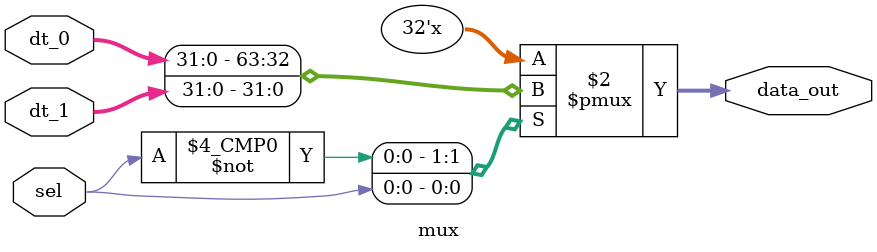
<source format=sv>
module mux #(parameter WORD_SIZE=32)
  (
    input logic sel,
    input logic [WORD_SIZE-1:0]dt_0,dt_1,
    output logic [WORD_SIZE-1:0]data_out);

 
  always_comb
    begin
      case(sel)
       1'b0:data_out=dt_0;
       1'b1:data_out=dt_1;
      endcase

    end
 
   
 
endmodule
</source>
